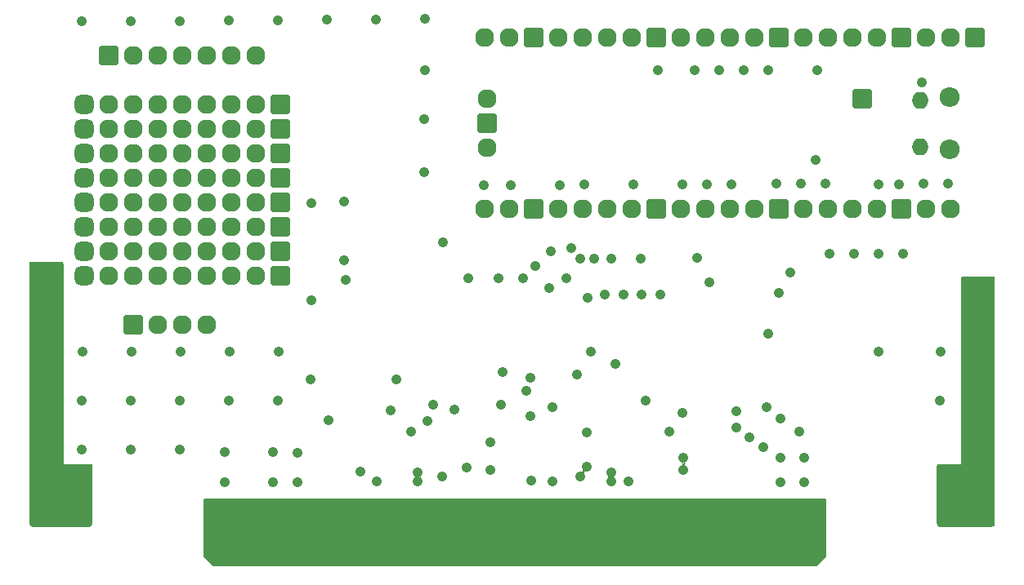
<source format=gbs>
G04 #@! TF.GenerationSoftware,KiCad,Pcbnew,(6.0.6)*
G04 #@! TF.CreationDate,2022-06-26T02:31:40+02:00*
G04 #@! TF.ProjectId,picocart64_v1_lite,7069636f-6361-4727-9436-345f76315f6c,rev?*
G04 #@! TF.SameCoordinates,Original*
G04 #@! TF.FileFunction,Soldermask,Bot*
G04 #@! TF.FilePolarity,Negative*
%FSLAX46Y46*%
G04 Gerber Fmt 4.6, Leading zero omitted, Abs format (unit mm)*
G04 Created by KiCad (PCBNEW (6.0.6)) date 2022-06-26 02:31:40*
%MOMM*%
%LPD*%
G01*
G04 APERTURE LIST*
G04 Aperture macros list*
%AMRoundRect*
0 Rectangle with rounded corners*
0 $1 Rounding radius*
0 $2 $3 $4 $5 $6 $7 $8 $9 X,Y pos of 4 corners*
0 Add a 4 corners polygon primitive as box body*
4,1,4,$2,$3,$4,$5,$6,$7,$8,$9,$2,$3,0*
0 Add four circle primitives for the rounded corners*
1,1,$1+$1,$2,$3*
1,1,$1+$1,$4,$5*
1,1,$1+$1,$6,$7*
1,1,$1+$1,$8,$9*
0 Add four rect primitives between the rounded corners*
20,1,$1+$1,$2,$3,$4,$5,0*
20,1,$1+$1,$4,$5,$6,$7,0*
20,1,$1+$1,$6,$7,$8,$9,0*
20,1,$1+$1,$8,$9,$2,$3,0*%
G04 Aperture macros list end*
%ADD10C,2.760000*%
%ADD11RoundRect,0.130000X0.850000X0.850000X-0.850000X0.850000X-0.850000X-0.850000X0.850000X-0.850000X0*%
%ADD12RoundRect,0.130000X0.850000X-0.850000X0.850000X0.850000X-0.850000X0.850000X-0.850000X-0.850000X0*%
%ADD13O,1.960000X1.960000*%
%ADD14RoundRect,0.555000X0.425000X-0.425000X0.425000X0.425000X-0.425000X0.425000X-0.425000X-0.425000X0*%
%ADD15O,2.060000X2.060000*%
%ADD16O,1.760000X1.760000*%
%ADD17RoundRect,0.130000X-0.850000X0.850000X-0.850000X-0.850000X0.850000X-0.850000X0.850000X0.850000X0*%
%ADD18C,1.060000*%
G04 APERTURE END LIST*
D10*
X102850000Y-112600000D03*
X197650000Y-112600000D03*
D11*
X197939990Y-65199997D03*
X186300000Y-71550000D03*
D12*
X110705000Y-95000000D03*
D13*
X113245000Y-95000000D03*
X115785000Y-95000000D03*
X118325000Y-95000000D03*
X115785000Y-74680000D03*
X110705000Y-79760000D03*
X108165000Y-89920000D03*
X115785000Y-72140000D03*
X108165000Y-82300000D03*
X110705000Y-84840000D03*
X115785000Y-84840000D03*
X123405000Y-77220000D03*
X118325000Y-72140000D03*
X108165000Y-72140000D03*
X120865000Y-77220000D03*
X108165000Y-84840000D03*
X110705000Y-72140000D03*
X123405000Y-82300000D03*
X113245000Y-74680000D03*
X108165000Y-77220000D03*
X115785000Y-79760000D03*
X118325000Y-77220000D03*
X115785000Y-82300000D03*
X120865000Y-89920000D03*
X120865000Y-87380000D03*
X120865000Y-84840000D03*
X113245000Y-77220000D03*
X115785000Y-87380000D03*
X110705000Y-82300000D03*
X108165000Y-87380000D03*
X118325000Y-79760000D03*
X110705000Y-74680000D03*
X108165000Y-79760000D03*
X123405000Y-79760000D03*
X113245000Y-87380000D03*
X115785000Y-89920000D03*
X110705000Y-77220000D03*
X123405000Y-72140000D03*
X120865000Y-72140000D03*
X113245000Y-79760000D03*
X113245000Y-72140000D03*
X123405000Y-87380000D03*
X115785000Y-77220000D03*
X123405000Y-84840000D03*
X113245000Y-84840000D03*
X113245000Y-82300000D03*
X118325000Y-89920000D03*
X118325000Y-87380000D03*
X118325000Y-82300000D03*
X108165000Y-74680000D03*
X110705000Y-89920000D03*
X110705000Y-87380000D03*
X113245000Y-89920000D03*
X120865000Y-79760000D03*
X123405000Y-74680000D03*
X120865000Y-82300000D03*
X120865000Y-74680000D03*
X123405000Y-89920000D03*
X118325000Y-84840000D03*
X118325000Y-74680000D03*
D14*
X105625000Y-79760000D03*
X105625000Y-72140000D03*
X105625000Y-87380000D03*
X105625000Y-89920000D03*
X105625000Y-84840000D03*
X105625000Y-82300000D03*
X105625000Y-74680000D03*
X105625000Y-77220000D03*
D12*
X125945000Y-87380000D03*
X125945000Y-74680000D03*
X125945000Y-72140000D03*
X125945000Y-89920000D03*
X125945000Y-84840000D03*
X125945000Y-82300000D03*
X125945000Y-77220000D03*
X125945000Y-79760000D03*
D15*
X195288600Y-76800000D03*
D16*
X192258600Y-76500000D03*
D15*
X195288600Y-71350000D03*
D16*
X192258600Y-71650000D03*
D13*
X195418600Y-65185000D03*
X192878600Y-65185000D03*
D17*
X190338600Y-65185000D03*
D13*
X187798600Y-65185000D03*
X185258600Y-65185000D03*
X182718600Y-65185000D03*
X180178600Y-65185000D03*
D17*
X177638600Y-65185000D03*
D13*
X175098600Y-65185000D03*
X172558600Y-65185000D03*
X170018600Y-65185000D03*
X167478600Y-65185000D03*
D17*
X164938600Y-65185000D03*
D13*
X162398600Y-65185000D03*
X159858600Y-65185000D03*
X157318600Y-65185000D03*
X154778600Y-65185000D03*
D17*
X152238600Y-65185000D03*
D13*
X149698600Y-65185000D03*
X147158600Y-65185000D03*
X147158600Y-82965000D03*
X149698600Y-82965000D03*
D17*
X152238600Y-82965000D03*
D13*
X154778600Y-82965000D03*
X157318600Y-82965000D03*
X159858600Y-82965000D03*
X162398600Y-82965000D03*
D17*
X164938600Y-82965000D03*
D13*
X167478600Y-82965000D03*
X170018600Y-82965000D03*
X172558600Y-82965000D03*
X175098600Y-82965000D03*
D17*
X177638600Y-82965000D03*
D13*
X180178600Y-82965000D03*
X182718600Y-82965000D03*
X185258600Y-82965000D03*
X187798600Y-82965000D03*
D17*
X190338600Y-82965000D03*
D13*
X192878600Y-82965000D03*
X195418600Y-82965000D03*
X147388600Y-71535000D03*
D17*
X147388600Y-74075000D03*
D13*
X147388600Y-76615000D03*
D12*
X108165000Y-67060000D03*
D13*
X110705000Y-67060000D03*
X113245000Y-67060000D03*
X115785000Y-67060000D03*
X118325000Y-67060000D03*
X120865000Y-67060000D03*
X123405000Y-67060000D03*
D18*
X102108000Y-105156000D03*
X180250000Y-111350000D03*
X180250000Y-108800000D03*
X177750000Y-111350000D03*
X177750000Y-108750000D03*
X167750000Y-108800000D03*
X167750000Y-110050000D03*
X127750000Y-111350000D03*
X127750000Y-108250000D03*
X125250000Y-108150000D03*
X125250000Y-111350000D03*
X120250000Y-111350000D03*
X120250000Y-108200000D03*
X130810000Y-63336550D03*
X140905318Y-73660000D03*
X181610000Y-68538966D03*
X115589704Y-102837791D03*
X185420000Y-87607667D03*
X190500000Y-87630000D03*
X105410000Y-63500000D03*
X198000000Y-108000000D03*
X177380000Y-80364914D03*
X192620000Y-80364914D03*
X110490000Y-107937495D03*
X115570000Y-107917791D03*
X187960000Y-87627371D03*
X157480000Y-80447786D03*
X167640000Y-104140000D03*
X165100000Y-68580000D03*
X177800000Y-104750000D03*
X176530000Y-95885000D03*
X140905318Y-79125000D03*
X105429704Y-102870000D03*
X148590000Y-90170000D03*
X168910000Y-68573174D03*
X129150000Y-100650000D03*
X125730000Y-102814488D03*
X182460000Y-80308167D03*
X149860000Y-80495075D03*
X110545560Y-97777495D03*
X115570000Y-63459124D03*
X155575000Y-90170000D03*
X171450000Y-68573175D03*
X132600000Y-88300000D03*
X170395000Y-90555000D03*
X179920000Y-80336540D03*
X187958792Y-80395000D03*
X120650000Y-63418266D03*
X172720000Y-80376852D03*
X162560000Y-80447786D03*
X115625560Y-97757791D03*
X158115000Y-97790000D03*
X141820000Y-103255000D03*
X195160000Y-80336540D03*
X176530000Y-68550369D03*
X190080000Y-80393288D03*
X194345856Y-97790000D03*
X173990000Y-68561772D03*
X120669704Y-102818088D03*
X148805000Y-103255000D03*
X145415000Y-90170000D03*
X169125000Y-88015000D03*
X129200000Y-82350000D03*
X163830000Y-102870000D03*
X120705560Y-97738088D03*
X135890000Y-63295692D03*
X194310000Y-102870000D03*
X182880000Y-87587963D03*
X192405000Y-69850000D03*
X154940000Y-80471430D03*
X176350000Y-103550000D03*
X198000000Y-109000000D03*
X151130000Y-90170000D03*
X170180000Y-80400496D03*
X140946176Y-68580000D03*
X166300000Y-106050000D03*
X125730000Y-63377408D03*
X105410000Y-107950000D03*
X179705000Y-106045000D03*
X132600000Y-82200000D03*
X187960000Y-97759352D03*
X105465560Y-97790000D03*
X110509704Y-102857495D03*
X167640000Y-80424141D03*
X160655000Y-99060000D03*
X147066000Y-80518000D03*
X102108000Y-106680000D03*
X129200000Y-92450000D03*
X125765856Y-97734488D03*
X110490000Y-63499982D03*
X140970000Y-63254834D03*
X130950000Y-104850000D03*
X136000000Y-111200000D03*
X142800000Y-86450000D03*
X160241000Y-110259000D03*
X140241000Y-110259000D03*
X140241000Y-111259000D03*
X160241000Y-111252000D03*
X152350000Y-88900000D03*
X134300000Y-110250000D03*
X176000000Y-107650000D03*
X174550000Y-106700000D03*
X173200000Y-105600000D03*
X173250000Y-103950000D03*
X154200000Y-103550000D03*
X151900000Y-104450000D03*
X149000000Y-99900000D03*
X144050000Y-103800000D03*
X142750000Y-110700000D03*
X163410000Y-91800000D03*
X156700000Y-100100000D03*
X145250000Y-109800000D03*
X163350000Y-88150000D03*
X160250000Y-88150000D03*
X151500000Y-101850000D03*
X161505000Y-91825000D03*
X151950000Y-111150000D03*
X159600000Y-91825000D03*
X154200000Y-111200000D03*
X151900000Y-100500000D03*
X158500000Y-88100000D03*
X165350000Y-91825000D03*
X156100000Y-87053500D03*
X181400000Y-77855000D03*
X178800000Y-89550000D03*
X177600000Y-91650000D03*
X138000000Y-100650000D03*
X162050000Y-111200000D03*
X141250000Y-105000000D03*
X147750000Y-107200000D03*
X147750000Y-110050000D03*
X137400000Y-103900000D03*
X139550000Y-106100000D03*
X157050000Y-110750000D03*
X154000000Y-87350000D03*
X153800000Y-91200000D03*
X157850000Y-92200000D03*
X157050000Y-88150000D03*
X157750000Y-109700000D03*
X157700000Y-106150000D03*
X132750000Y-90350000D03*
G36*
X103442121Y-88520002D02*
G01*
X103488614Y-88573658D01*
X103500000Y-88626000D01*
X103500000Y-109481885D01*
X103504475Y-109497124D01*
X103505865Y-109498329D01*
X103513548Y-109500000D01*
X103520838Y-109500000D01*
X103588959Y-109520002D01*
X103635452Y-109573658D01*
X103645556Y-109643932D01*
X103616062Y-109708512D01*
X103556336Y-109746896D01*
X103539329Y-109750636D01*
X103531018Y-109751869D01*
X103518709Y-109753081D01*
X103503094Y-109753848D01*
X103496912Y-109754000D01*
X100126000Y-109754000D01*
X100057879Y-109733998D01*
X100011386Y-109680342D01*
X100000000Y-109628000D01*
X100000000Y-88626000D01*
X100020002Y-88557879D01*
X100073658Y-88511386D01*
X100126000Y-88500000D01*
X103374000Y-88500000D01*
X103442121Y-88520002D01*
G37*
G36*
X199942121Y-90020002D02*
G01*
X199988614Y-90073658D01*
X200000000Y-90126000D01*
X200000000Y-109628000D01*
X199979998Y-109696121D01*
X199926342Y-109742614D01*
X199874000Y-109754000D01*
X196503088Y-109754000D01*
X196496906Y-109753848D01*
X196481291Y-109753081D01*
X196468982Y-109751869D01*
X196460671Y-109750636D01*
X196396223Y-109720854D01*
X196358108Y-109660956D01*
X196358426Y-109589960D01*
X196397077Y-109530407D01*
X196461790Y-109501203D01*
X196479162Y-109500000D01*
X196481885Y-109500000D01*
X196497124Y-109495525D01*
X196498329Y-109494135D01*
X196500000Y-109486452D01*
X196500000Y-90126000D01*
X196520002Y-90057879D01*
X196573658Y-90011386D01*
X196626000Y-90000000D01*
X199874000Y-90000000D01*
X199942121Y-90020002D01*
G37*
G36*
X182442121Y-113020002D02*
G01*
X182488614Y-113073658D01*
X182500000Y-113126000D01*
X182500000Y-118947810D01*
X182479998Y-119015931D01*
X182463095Y-119036905D01*
X181536905Y-119963095D01*
X181474593Y-119997121D01*
X181447810Y-120000000D01*
X119052190Y-120000000D01*
X118984069Y-119979998D01*
X118963095Y-119963095D01*
X118036905Y-119036905D01*
X118002879Y-118974593D01*
X118000000Y-118947810D01*
X118000000Y-113126000D01*
X118020002Y-113057879D01*
X118073658Y-113011386D01*
X118126000Y-113000000D01*
X182374000Y-113000000D01*
X182442121Y-113020002D01*
G37*
G36*
X199942121Y-109266002D02*
G01*
X199988614Y-109319658D01*
X200000000Y-109372000D01*
X200000000Y-115491742D01*
X199998922Y-115508188D01*
X199985128Y-115612963D01*
X199976615Y-115644735D01*
X199939361Y-115734674D01*
X199922914Y-115763160D01*
X199863651Y-115840393D01*
X199840393Y-115863651D01*
X199763160Y-115922914D01*
X199734674Y-115939361D01*
X199644735Y-115976615D01*
X199612963Y-115985128D01*
X199508188Y-115998922D01*
X199491742Y-116000000D01*
X194508258Y-116000000D01*
X194491812Y-115998922D01*
X194387037Y-115985128D01*
X194355265Y-115976615D01*
X194265326Y-115939361D01*
X194236840Y-115922914D01*
X194159607Y-115863651D01*
X194136349Y-115840393D01*
X194077086Y-115763160D01*
X194060639Y-115734674D01*
X194023385Y-115644735D01*
X194014872Y-115612963D01*
X194001078Y-115508188D01*
X194000000Y-115491742D01*
X194000000Y-109626000D01*
X194020002Y-109557879D01*
X194073658Y-109511386D01*
X194126000Y-109500000D01*
X196481885Y-109500000D01*
X196497124Y-109495525D01*
X196498329Y-109494135D01*
X196500000Y-109486452D01*
X196500000Y-109372000D01*
X196520002Y-109303879D01*
X196573658Y-109257386D01*
X196626000Y-109246000D01*
X199874000Y-109246000D01*
X199942121Y-109266002D01*
G37*
G36*
X103442121Y-109266002D02*
G01*
X103488614Y-109319658D01*
X103500000Y-109372000D01*
X103500000Y-109481885D01*
X103504475Y-109497124D01*
X103505865Y-109498329D01*
X103513548Y-109500000D01*
X106374000Y-109500000D01*
X106442121Y-109520002D01*
X106488614Y-109573658D01*
X106500000Y-109626000D01*
X106500000Y-115491742D01*
X106498922Y-115508188D01*
X106485128Y-115612963D01*
X106476615Y-115644735D01*
X106439361Y-115734674D01*
X106422914Y-115763160D01*
X106363651Y-115840393D01*
X106340393Y-115863651D01*
X106263160Y-115922914D01*
X106234674Y-115939361D01*
X106144735Y-115976615D01*
X106112963Y-115985128D01*
X106008188Y-115998922D01*
X105991742Y-116000000D01*
X100508258Y-116000000D01*
X100491812Y-115998922D01*
X100387037Y-115985128D01*
X100355265Y-115976615D01*
X100265326Y-115939361D01*
X100236840Y-115922914D01*
X100159607Y-115863651D01*
X100136349Y-115840393D01*
X100077086Y-115763160D01*
X100060639Y-115734674D01*
X100023385Y-115644735D01*
X100014872Y-115612963D01*
X100001078Y-115508188D01*
X100000000Y-115491742D01*
X100000000Y-109372000D01*
X100020002Y-109303879D01*
X100073658Y-109257386D01*
X100126000Y-109246000D01*
X103374000Y-109246000D01*
X103442121Y-109266002D01*
G37*
G36*
X182480771Y-112993068D02*
G01*
X182499430Y-112998068D01*
X182500718Y-112999356D01*
X182501000Y-112999356D01*
X182501932Y-113000570D01*
X182506932Y-113019231D01*
X182507000Y-113019749D01*
X182507000Y-118980253D01*
X182506932Y-118980771D01*
X182501932Y-118999432D01*
X182501510Y-118999854D01*
X182501535Y-118999879D01*
X182501535Y-119000915D01*
X182499000Y-119010375D01*
X182498654Y-119011075D01*
X182498167Y-119011709D01*
X182497995Y-119011905D01*
X181518916Y-119990984D01*
X181518502Y-119991302D01*
X181501769Y-120000963D01*
X181501169Y-120000963D01*
X181501169Y-120001000D01*
X181500437Y-120001732D01*
X181491957Y-120006628D01*
X181491219Y-120006879D01*
X181490431Y-120006983D01*
X181490169Y-120007000D01*
X119019749Y-120007000D01*
X119019231Y-120006932D01*
X119000571Y-120001932D01*
X119000146Y-120001507D01*
X119000119Y-120001533D01*
X118999083Y-120001533D01*
X118989625Y-119998999D01*
X118988926Y-119998654D01*
X118988290Y-119998166D01*
X118988093Y-119997993D01*
X118009016Y-119018916D01*
X118008698Y-119018502D01*
X117999037Y-119001769D01*
X117999037Y-119001169D01*
X117999000Y-119001169D01*
X117998268Y-119000437D01*
X117997599Y-118999279D01*
X118002000Y-118999279D01*
X118002183Y-118999355D01*
X119000904Y-119998076D01*
X119001089Y-119998000D01*
X181499279Y-119998000D01*
X181499355Y-119997817D01*
X182498076Y-118999096D01*
X182498000Y-118998914D01*
X182498000Y-113002000D01*
X118002000Y-113002000D01*
X118002000Y-118999279D01*
X117997599Y-118999279D01*
X117993372Y-118991957D01*
X117993121Y-118991219D01*
X117993017Y-118990431D01*
X117993000Y-118990169D01*
X117993000Y-113019749D01*
X117993068Y-113019231D01*
X117998068Y-113000570D01*
X117999356Y-112999282D01*
X117999356Y-112999000D01*
X118000570Y-112998068D01*
X118019231Y-112993068D01*
X118019749Y-112993000D01*
X182480253Y-112993000D01*
X182480771Y-112993068D01*
G37*
G36*
X199980771Y-89993068D02*
G01*
X199999430Y-89998068D01*
X200000718Y-89999356D01*
X200001000Y-89999356D01*
X200001932Y-90000570D01*
X200006932Y-90019231D01*
X200007000Y-90019749D01*
X200007000Y-115495088D01*
X200006996Y-115495219D01*
X200006312Y-115505649D01*
X200006299Y-115505779D01*
X199991186Y-115620576D01*
X199991135Y-115620833D01*
X199985751Y-115640926D01*
X199985667Y-115641173D01*
X199943243Y-115743595D01*
X199943127Y-115743830D01*
X199932727Y-115761842D01*
X199932582Y-115762060D01*
X199865089Y-115850018D01*
X199864916Y-115850214D01*
X199850214Y-115864916D01*
X199850018Y-115865089D01*
X199762060Y-115932582D01*
X199761842Y-115932727D01*
X199743830Y-115943127D01*
X199743595Y-115943243D01*
X199641173Y-115985667D01*
X199640926Y-115985751D01*
X199620833Y-115991135D01*
X199620576Y-115991186D01*
X199505779Y-116006299D01*
X199505649Y-116006312D01*
X199495219Y-116006996D01*
X199495088Y-116007000D01*
X194504912Y-116007000D01*
X194504781Y-116006996D01*
X194494351Y-116006312D01*
X194494221Y-116006299D01*
X194379424Y-115991186D01*
X194379167Y-115991135D01*
X194359074Y-115985751D01*
X194358827Y-115985667D01*
X194256405Y-115943243D01*
X194256170Y-115943127D01*
X194238158Y-115932727D01*
X194237940Y-115932582D01*
X194149982Y-115865089D01*
X194149786Y-115864916D01*
X194135084Y-115850214D01*
X194134911Y-115850018D01*
X194067418Y-115762060D01*
X194067273Y-115761842D01*
X194056873Y-115743830D01*
X194056757Y-115743595D01*
X194014333Y-115641173D01*
X194014249Y-115640926D01*
X194008865Y-115620833D01*
X194008814Y-115620576D01*
X193993701Y-115505779D01*
X193993688Y-115505649D01*
X193993309Y-115499868D01*
X194002000Y-115499868D01*
X194018986Y-115628888D01*
X194068733Y-115748990D01*
X194147874Y-115852126D01*
X194251010Y-115931267D01*
X194371112Y-115981014D01*
X194500132Y-115998000D01*
X199499868Y-115998000D01*
X199628888Y-115981014D01*
X199748990Y-115931267D01*
X199852126Y-115852126D01*
X199931267Y-115748990D01*
X199981014Y-115628888D01*
X199998000Y-115499868D01*
X199998000Y-90002000D01*
X196502000Y-90002000D01*
X196502000Y-109500000D01*
X196501000Y-109501732D01*
X196500000Y-109502000D01*
X194002000Y-109502000D01*
X194002000Y-115499868D01*
X193993309Y-115499868D01*
X193993004Y-115495219D01*
X193993000Y-115495088D01*
X193993000Y-109519749D01*
X193993068Y-109519231D01*
X193998068Y-109500570D01*
X193999356Y-109499282D01*
X193999356Y-109499000D01*
X194000570Y-109498068D01*
X194019231Y-109493068D01*
X194019749Y-109493000D01*
X196344737Y-109493000D01*
X196418967Y-109473110D01*
X196473110Y-109418967D01*
X196493000Y-109344737D01*
X196493000Y-90019749D01*
X196493068Y-90019231D01*
X196498068Y-90000570D01*
X196499356Y-89999282D01*
X196499356Y-89999000D01*
X196500570Y-89998068D01*
X196519231Y-89993068D01*
X196519749Y-89993000D01*
X199980253Y-89993000D01*
X199980771Y-89993068D01*
G37*
G36*
X103480771Y-88493068D02*
G01*
X103499430Y-88498068D01*
X103500718Y-88499356D01*
X103501000Y-88499356D01*
X103501932Y-88500570D01*
X103506932Y-88519231D01*
X103507000Y-88519749D01*
X103507000Y-109344737D01*
X103526890Y-109418967D01*
X103581034Y-109473110D01*
X103655263Y-109493000D01*
X106480253Y-109493000D01*
X106480771Y-109493068D01*
X106499430Y-109498068D01*
X106500718Y-109499356D01*
X106501000Y-109499356D01*
X106501932Y-109500570D01*
X106506932Y-109519231D01*
X106507000Y-109519749D01*
X106507000Y-115495088D01*
X106506996Y-115495219D01*
X106506312Y-115505649D01*
X106506299Y-115505779D01*
X106491186Y-115620576D01*
X106491135Y-115620833D01*
X106485751Y-115640926D01*
X106485667Y-115641173D01*
X106443243Y-115743595D01*
X106443127Y-115743830D01*
X106432727Y-115761842D01*
X106432582Y-115762060D01*
X106365089Y-115850018D01*
X106364916Y-115850214D01*
X106350214Y-115864916D01*
X106350018Y-115865089D01*
X106262060Y-115932582D01*
X106261842Y-115932727D01*
X106243830Y-115943127D01*
X106243595Y-115943243D01*
X106141173Y-115985667D01*
X106140926Y-115985751D01*
X106120833Y-115991135D01*
X106120576Y-115991186D01*
X106005779Y-116006299D01*
X106005649Y-116006312D01*
X105995219Y-116006996D01*
X105995088Y-116007000D01*
X100504912Y-116007000D01*
X100504781Y-116006996D01*
X100494351Y-116006312D01*
X100494221Y-116006299D01*
X100379424Y-115991186D01*
X100379167Y-115991135D01*
X100359074Y-115985751D01*
X100358827Y-115985667D01*
X100256405Y-115943243D01*
X100256170Y-115943127D01*
X100238158Y-115932727D01*
X100237940Y-115932582D01*
X100149982Y-115865089D01*
X100149786Y-115864916D01*
X100135084Y-115850214D01*
X100134911Y-115850018D01*
X100067418Y-115762060D01*
X100067273Y-115761842D01*
X100056873Y-115743830D01*
X100056757Y-115743595D01*
X100014333Y-115641173D01*
X100014249Y-115640926D01*
X100008865Y-115620833D01*
X100008814Y-115620576D01*
X99993701Y-115505779D01*
X99993688Y-115505649D01*
X99993309Y-115499868D01*
X100002000Y-115499868D01*
X100018986Y-115628888D01*
X100068733Y-115748990D01*
X100147874Y-115852126D01*
X100251010Y-115931267D01*
X100371112Y-115981014D01*
X100500132Y-115998000D01*
X105999868Y-115998000D01*
X106128888Y-115981014D01*
X106248990Y-115931267D01*
X106352126Y-115852126D01*
X106431267Y-115748990D01*
X106481014Y-115628888D01*
X106498000Y-115499868D01*
X106498000Y-109502000D01*
X103500000Y-109502000D01*
X103498268Y-109501000D01*
X103498000Y-109500000D01*
X103498000Y-88502000D01*
X100002000Y-88502000D01*
X100002000Y-115499868D01*
X99993309Y-115499868D01*
X99993004Y-115495219D01*
X99993000Y-115495088D01*
X99993000Y-88519749D01*
X99993068Y-88519231D01*
X99998068Y-88500570D01*
X99999356Y-88499282D01*
X99999356Y-88499000D01*
X100000570Y-88498068D01*
X100019231Y-88493068D01*
X100019749Y-88493000D01*
X103480253Y-88493000D01*
X103480771Y-88493068D01*
G37*
G36*
X139900220Y-110657324D02*
G01*
X139977010Y-110716247D01*
X140075763Y-110757152D01*
X140076981Y-110758739D01*
X140076216Y-110760587D01*
X140075763Y-110760848D01*
X139977010Y-110801753D01*
X139891097Y-110867676D01*
X139889114Y-110867937D01*
X139887896Y-110866350D01*
X139888219Y-110864974D01*
X139927289Y-110806830D01*
X139932498Y-110730435D01*
X139898715Y-110661477D01*
X139897573Y-110660310D01*
X139897076Y-110658373D01*
X139898505Y-110656974D01*
X139900220Y-110657324D01*
G37*
G36*
X159897826Y-110655487D02*
G01*
X159977010Y-110716247D01*
X160067314Y-110753652D01*
X160068532Y-110755239D01*
X160067767Y-110757087D01*
X160067314Y-110757348D01*
X159977010Y-110794753D01*
X159887740Y-110863252D01*
X159885757Y-110863513D01*
X159884539Y-110861926D01*
X159884862Y-110860549D01*
X159923362Y-110803257D01*
X159928570Y-110726863D01*
X159894812Y-110657954D01*
X159894948Y-110655958D01*
X159896744Y-110655079D01*
X159897826Y-110655487D01*
G37*
G36*
X140595406Y-110650651D02*
G01*
X140595071Y-110652045D01*
X140555373Y-110709806D01*
X140549366Y-110786144D01*
X140582419Y-110855441D01*
X140585209Y-110858290D01*
X140585706Y-110860227D01*
X140584277Y-110861626D01*
X140582562Y-110861276D01*
X140504990Y-110801753D01*
X140406237Y-110760848D01*
X140405019Y-110759261D01*
X140405784Y-110757413D01*
X140406237Y-110757152D01*
X140504990Y-110716247D01*
X140592205Y-110649325D01*
X140594188Y-110649064D01*
X140595406Y-110650651D01*
G37*
G36*
X160598910Y-110647962D02*
G01*
X160598575Y-110649356D01*
X160559385Y-110706380D01*
X160553377Y-110782718D01*
X160586429Y-110852012D01*
X160587265Y-110852866D01*
X160587762Y-110854803D01*
X160586334Y-110856203D01*
X160584618Y-110855853D01*
X160504990Y-110794753D01*
X160414686Y-110757348D01*
X160413468Y-110755761D01*
X160414233Y-110753913D01*
X160414686Y-110753652D01*
X160504990Y-110716247D01*
X160595709Y-110646636D01*
X160597692Y-110646375D01*
X160598910Y-110647962D01*
G37*
G36*
X157326447Y-110007901D02*
G01*
X157376660Y-110073340D01*
X157486010Y-110157247D01*
X157613348Y-110209992D01*
X157625557Y-110211600D01*
X157627144Y-110212818D01*
X157626883Y-110214801D01*
X157625306Y-110215583D01*
X157561106Y-110215919D01*
X157494991Y-110254553D01*
X157457054Y-110321066D01*
X157457456Y-110397739D01*
X157477299Y-110440489D01*
X157477121Y-110442481D01*
X157475307Y-110443323D01*
X157473898Y-110442549D01*
X157423340Y-110376660D01*
X157313990Y-110292753D01*
X157186652Y-110240008D01*
X157177604Y-110238817D01*
X157176017Y-110237599D01*
X157176278Y-110235617D01*
X157177834Y-110234834D01*
X157240331Y-110233851D01*
X157306034Y-110194528D01*
X157343275Y-110127619D01*
X157342070Y-110050944D01*
X157323046Y-110009961D01*
X157323224Y-110007969D01*
X157325038Y-110007127D01*
X157326447Y-110007901D01*
G37*
G36*
X167613348Y-109309992D02*
G01*
X167750000Y-109327983D01*
X167886652Y-109309992D01*
X167963195Y-109278287D01*
X167965178Y-109278548D01*
X167965943Y-109280396D01*
X167964859Y-109281922D01*
X167944780Y-109292020D01*
X167887407Y-109343137D01*
X167863363Y-109415840D01*
X167878891Y-109490822D01*
X167929976Y-109548160D01*
X167941833Y-109555172D01*
X167971088Y-109570662D01*
X167972151Y-109572357D01*
X167971215Y-109574124D01*
X167969387Y-109574278D01*
X167886652Y-109540008D01*
X167750000Y-109522017D01*
X167613348Y-109540008D01*
X167533646Y-109573022D01*
X167531663Y-109572761D01*
X167530898Y-109570913D01*
X167531964Y-109569397D01*
X167555296Y-109557354D01*
X167612135Y-109505634D01*
X167635415Y-109432687D01*
X167619103Y-109357870D01*
X167567409Y-109301060D01*
X167558252Y-109295644D01*
X167525971Y-109278117D01*
X167524926Y-109276411D01*
X167525880Y-109274654D01*
X167527690Y-109274511D01*
X167613348Y-109309992D01*
G37*
M02*

</source>
